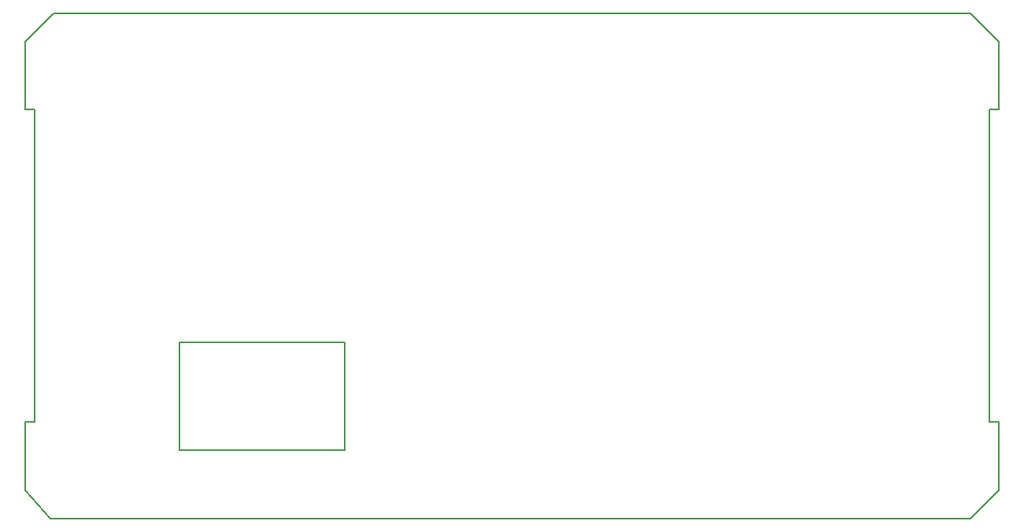
<source format=gbr>
G04 #@! TF.GenerationSoftware,KiCad,Pcbnew,5.0.2+dfsg1-1*
G04 #@! TF.CreationDate,2019-07-23T09:40:59-06:00*
G04 #@! TF.ProjectId,hl2-front-vert,686c322d-6672-46f6-9e74-2d766572742e,rev?*
G04 #@! TF.SameCoordinates,Original*
G04 #@! TF.FileFunction,Profile,NP*
%FSLAX46Y46*%
G04 Gerber Fmt 4.6, Leading zero omitted, Abs format (unit mm)*
G04 Created by KiCad (PCBNEW 5.0.2+dfsg1-1) date Tue 23 Jul 2019 09:40:59 AM MDT*
%MOMM*%
%LPD*%
G01*
G04 APERTURE LIST*
%ADD10C,0.200000*%
G04 APERTURE END LIST*
D10*
X94732331Y-187739969D02*
X76952334Y-187739969D01*
X94732331Y-176133591D02*
X94732331Y-187739969D01*
X76952334Y-176133591D02*
X94732331Y-176133591D01*
X76952334Y-187739969D02*
X76952334Y-176133591D01*
X63400000Y-195100000D02*
X63100000Y-195100000D01*
X60400000Y-192100000D02*
X63100000Y-195100000D01*
X63400000Y-195100000D02*
X162100000Y-195100000D01*
X162100000Y-195100000D02*
X165100000Y-192100000D01*
X165100000Y-192100000D02*
X165100000Y-184714296D01*
X162100000Y-140800000D02*
X165100000Y-143800000D01*
X162100000Y-140800000D02*
X63600000Y-140800000D01*
X165100000Y-143800000D02*
X165100000Y-143800000D01*
X63600000Y-140800000D02*
X63400000Y-140800000D01*
X60400000Y-143800000D02*
X63400000Y-140800000D01*
X60395554Y-143800000D02*
X60395554Y-151130000D01*
X60395554Y-184714296D02*
X60395554Y-192100000D01*
X61383334Y-184714380D02*
X60395554Y-184714296D01*
X61383334Y-151129920D02*
X61383334Y-184714380D01*
X60395554Y-151130000D02*
X61383334Y-151129920D01*
X164112220Y-151129920D02*
X165100000Y-151130000D01*
X164112220Y-184714380D02*
X164112220Y-151129920D01*
X165100000Y-184714296D02*
X164112220Y-184714380D01*
X165100000Y-151130000D02*
X165100000Y-143800000D01*
M02*

</source>
